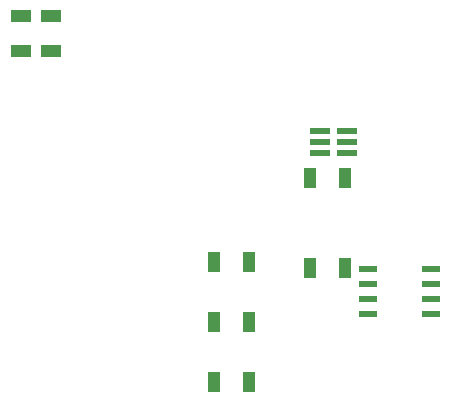
<source format=gbp>
G04*
G04 #@! TF.GenerationSoftware,Altium Limited,Altium Designer,25.4.2 (15)*
G04*
G04 Layer_Color=128*
%FSLAX44Y44*%
%MOMM*%
G71*
G04*
G04 #@! TF.SameCoordinates,8E47D831-5235-4EDE-A1CE-FBF80302A2F1*
G04*
G04*
G04 #@! TF.FilePolarity,Positive*
G04*
G01*
G75*
%ADD17R,1.8034X1.1176*%
%ADD19R,1.1176X1.8034*%
G04:AMPARAMS|DCode=51|XSize=1.61mm|YSize=0.59mm|CornerRadius=0.0738mm|HoleSize=0mm|Usage=FLASHONLY|Rotation=180.000|XOffset=0mm|YOffset=0mm|HoleType=Round|Shape=RoundedRectangle|*
%AMROUNDEDRECTD51*
21,1,1.6100,0.4425,0,0,180.0*
21,1,1.4625,0.5900,0,0,180.0*
1,1,0.1475,-0.7313,0.2213*
1,1,0.1475,0.7313,0.2213*
1,1,0.1475,0.7313,-0.2213*
1,1,0.1475,-0.7313,-0.2213*
%
%ADD51ROUNDEDRECTD51*%
%ADD52R,1.5500X0.6000*%
D17*
X645160Y660654D02*
D03*
Y690626D02*
D03*
X619760D02*
D03*
Y660654D02*
D03*
D19*
X782828Y482600D02*
D03*
X812800D02*
D03*
X782828Y381000D02*
D03*
X812800D02*
D03*
X782828Y431800D02*
D03*
X812800D02*
D03*
X863854Y553720D02*
D03*
X893826D02*
D03*
Y477520D02*
D03*
X863854D02*
D03*
D51*
X895370Y593700D02*
D03*
Y584200D02*
D03*
Y574700D02*
D03*
X872470D02*
D03*
Y584200D02*
D03*
Y593700D02*
D03*
D52*
X966800Y476250D02*
D03*
Y463550D02*
D03*
Y450850D02*
D03*
Y438150D02*
D03*
X912800Y476250D02*
D03*
Y463550D02*
D03*
Y450850D02*
D03*
Y438150D02*
D03*
M02*

</source>
